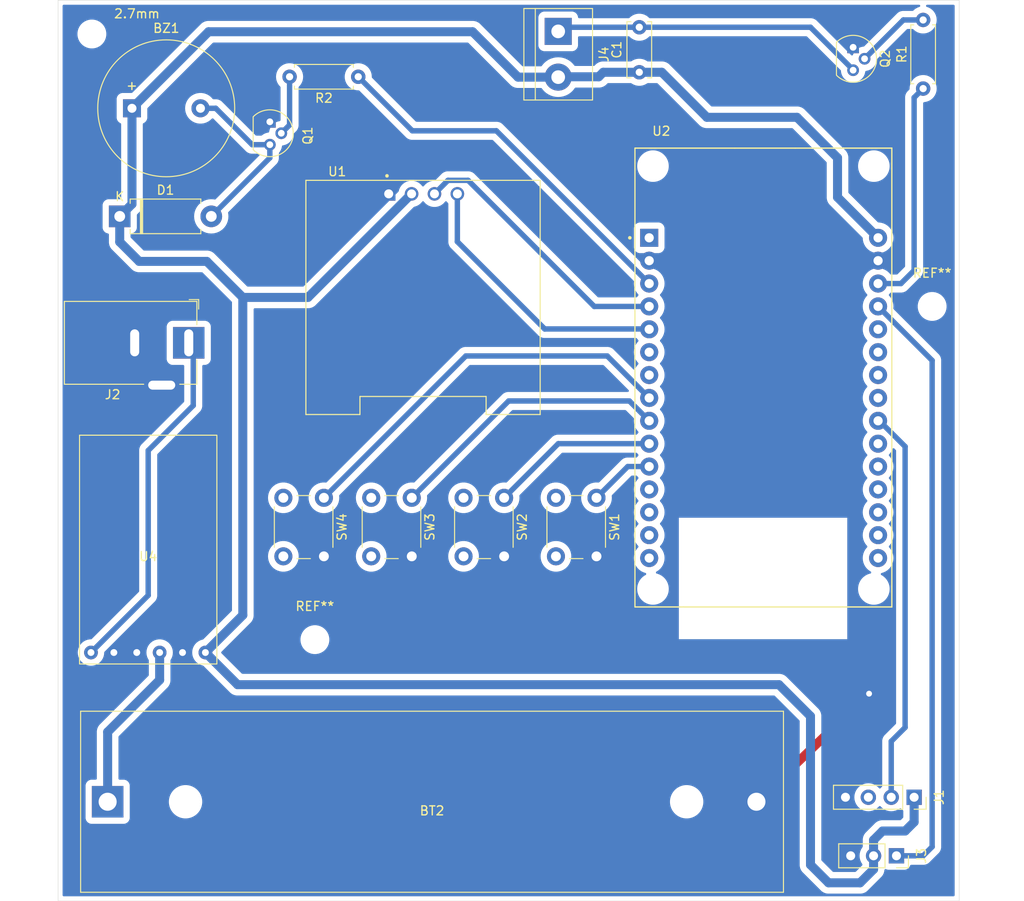
<source format=kicad_pcb>
(kicad_pcb (version 20240108) (generator "pcbnew") (generator_version "8.0")
  (layers (0 "F.Cu" signal) (31 "B.Cu" signal) (34 "B.Paste" user) (35 "F.Paste" user) (36 "B.SilkS" user "B.Silkscreen") (37 "F.SilkS" user "F.Silkscreen") (38 "B.Mask" user) (39 "F.Mask" user) (44 "Edge.Cuts" user))
  (net 0 "")
  (net 1 "+BATT")
  (net 2 "GND")
  (net 3 "VDC")
  (net 4 "+5V")
  (net 5 "/colector2")
  (net 6 "/colector1")
  (net 7 "Net-(Q1-B)")
  (net 8 "/adc_agua")
  (net 9 "/bomba")
  (net 10 "/buzzer")
  (net 11 "/scl")
  (net 12 "/sda")
  (net 13 "Net-(Q2-B)")
  (net 14 "/onewire")
  (net 24 "/boton 3")
  (net 26 "/boton 2")
  (net 28 "/boton 1")
  (net 29 "/boton 4")
  (footprint "Buzzer_Beeper:Buzzer_15x7.5RM7.6" (layer "F.Cu") (at 38.2 99)
    (property "Reference" "BZ1" (at 3.81 -8.89 0) (layer "F.SilkS"))
    (property "Value" "Buzzer")
    (fp_circle (center 3.8 0) (end 11.4 0) (stroke (width 0.12)) (fill none) (layer "F.SilkS"))
    (fp_text user "+" (at -0.01 -2.54 0) (layer "F.SilkS"))
    (pad "1" thru_hole rect (at 0 0) (size 2 2) (drill 1) (layers "*.Cu" "*.Mask") (net 4 "+5V"))
    (pad "2" thru_hole circle (at 7.6 0) (size 2 2) (drill 1) (layers "*.Cu" "*.Mask") (net 5 "/colector2"))
  )
  (footprint "Button_Switch_THT:SW_PUSH_6mm_H4.3mm" (layer "F.Cu") (at 59.5 142.25 -90)
    (property "Reference" "SW4" (at 3.25 -2 90) (layer "F.SilkS"))
    (property "Value" "SW_Push_Dual")
    (fp_line (start 1 5.5) (end 5.5 5.5) (stroke (width 0.12)) (layer "F.SilkS"))
    (fp_line (start 6.75 3) (end 6.75 1.5) (stroke (width 0.12)) (layer "F.SilkS"))
    (fp_line (start -0.25 1.5) (end -0.25 3) (stroke (width 0.12)) (layer "F.SilkS"))
    (fp_line (start 5.5 -1) (end 1 -1) (stroke (width 0.12)) (layer "F.SilkS"))
    (pad "1" thru_hole circle (at 0 0) (size 2 2) (drill 1.1) (layers "*.Cu" "*.Mask") (net 29 "/boton 4"))
    (pad "2" thru_hole circle (at 6.5 0) (size 2 2) (drill 1.1) (layers "*.Cu" "*.Mask") (net 2 "GND"))
    (pad "3" thru_hole circle (at 0 4.5) (size 2 2) (drill 1.1) (layers "*.Cu" "*.Mask"))
    (pad "4" thru_hole circle (at 6.5 4.5) (size 2 2) (drill 1.1) (layers "*.Cu" "*.Mask"))
  )
  (footprint "Battery:BatteryHolder_MPD_BH-18650-PC2" (layer "F.Cu") (at 35.5 176)
    (property "Reference" "BT2" (at 36 1 0) (layer "F.SilkS"))
    (property "Value" "Battery")
    (fp_line (start -3 -10.05) (end 75 -10.05) (stroke (width 0.12)) (layer "F.SilkS"))
    (fp_line (start -3 10.05) (end -3 -10.05) (stroke (width 0.12)) (layer "F.SilkS"))
    (fp_line (start 75 -10.05) (end 75 10.05) (stroke (width 0.12)) (layer "F.SilkS"))
    (fp_line (start 75 10.05) (end -3 10.05) (stroke (width 0.12)) (layer "F.SilkS"))
    (pad "" np_thru_hole circle (at 8.645 0) (size 3.2 3.2) (drill 3.2) (layers "*.Cu" "*.Mask"))
    (pad "" np_thru_hole circle (at 64.255 0) (size 3.2 3.2) (drill 3.2) (layers "*.Cu" "*.Mask"))
    (pad "1" thru_hole rect (at 0 0) (size 3.5 3.5) (drill 2) (layers "*.Cu" "*.Mask") (net 1 "+BATT"))
    (pad "2" thru_hole circle (at 72 0) (size 3.5 3.5) (drill 2) (layers "*.Cu" "*.Mask") (net 2 "GND"))
  )
  (footprint "Package_TO_SOT_THT:TO-92" (layer "F.Cu") (at 53.5 100.5 -90)
    (property "Reference" "Q1" (at 1.54 -4.21 90) (layer "F.SilkS"))
    (property "Value" "2n2222a")
    (fp_line (start -0.53 1.85) (end 3.07 1.85) (stroke (width 0.12)) (layer "F.SilkS"))
    (fp_arc (start -0.568478 1.838478) (mid -1.132087 -0.994977) (end 1.27 -2.6) (stroke (width 0.12)) (layer "F.SilkS"))
    (fp_arc (start 1.27 -2.6) (mid 3.672087 -0.994977) (end 3.108478 1.838478) (stroke (width 0.12)) (layer "F.SilkS"))
    (pad "1" thru_hole rect (at 0 0 270) (size 1.3 1.3) (drill 0.75) (layers "*.Cu" "*.Mask") (net 2 "GND"))
    (pad "2" thru_hole circle (at 1.27 -1.27 270) (size 1.3 1.3) (drill 0.75) (layers "*.Cu" "*.Mask") (net 7 "Net-(Q1-B)"))
    (pad "3" thru_hole circle (at 2.54 0 270) (size 1.3 1.3) (drill 0.75) (layers "*.Cu" "*.Mask") (net 5 "/colector2"))
  )
  (footprint "TerminalBlock:TerminalBlock_bornier-2_P5.08mm" (layer "F.Cu") (at 85.5 90.46 -90)
    (property "Reference" "J4" (at 2.54 -5.08 90) (layer "F.SilkS"))
    (property "Value" "motobomba")
    (fp_line (start -2.54 3.81) (end 7.62 3.81) (stroke (width 0.12)) (layer "F.SilkS"))
    (fp_line (start 7.62 3.81) (end 7.62 -3.81) (stroke (width 0.12)) (layer "F.SilkS"))
    (fp_line (start 7.62 2.54) (end -2.54 2.54) (stroke (width 0.12)) (layer "F.SilkS"))
    (fp_line (start -2.54 -3.81) (end -2.54 3.81) (stroke (width 0.12)) (layer "F.SilkS"))
    (fp_line (start 7.62 -3.81) (end -2.54 -3.81) (stroke (width 0.12)) (layer "F.SilkS"))
    (pad "1" thru_hole rect (at 0 0 270) (size 3 3) (drill 1.52) (layers "*.Cu" "*.Mask") (net 6 "/colector1"))
    (pad "2" thru_hole circle (at 5.08 0 270) (size 3 3) (drill 1.52) (layers "*.Cu" "*.Mask") (net 4 "+5V"))
  )
  (footprint "Connector_PinSocket_2.54mm:PinSocket_1x04_P2.54mm_Vertical" (layer "F.Cu") (at 125 175.5 -90)
    (property "Reference" "J1" (at 0 -2.77 90) (layer "F.SilkS"))
    (property "Value" "Sensor humedad")
    (fp_line (start -1.33 8.95) (end 1.33 8.95) (stroke (width 0.12)) (layer "F.SilkS"))
    (fp_line (start -1.33 1.27) (end -1.33 8.95) (stroke (width 0.12)) (layer "F.SilkS"))
    (fp_line (start -1.33 1.27) (end 1.33 1.27) (stroke (width 0.12)) (layer "F.SilkS"))
    (fp_line (start 1.33 1.27) (end 1.33 8.95) (stroke (width 0.12)) (layer "F.SilkS"))
    (fp_line (start 0 -1.33) (end 1.33 -1.33) (stroke (width 0.12)) (layer "F.SilkS"))
    (fp_line (start 1.33 -1.33) (end 1.33 0) (stroke (width 0.12)) (layer "F.SilkS"))
    (pad "1" thru_hole rect (at 0 0 270) (size 1.7 1.7) (drill 1) (layers "*.Cu" "*.Mask") (net 4 "+5V"))
    (pad "2" thru_hole oval (at 0 2.54 270) (size 1.7 1.7) (drill 1) (layers "*.Cu" "*.Mask") (net 14 "/onewire"))
    (pad "3" thru_hole oval (at 0 5.08 270) (size 1.7 1.7) (drill 1) (layers "*.Cu" "*.Mask"))
    (pad "4" thru_hole oval (at 0 7.62 270) (size 1.7 1.7) (drill 1) (layers "*.Cu" "*.Mask") (net 2 "GND"))
  )
  (footprint "Connector_BarrelJack:BarrelJack_Horizontal" (layer "F.Cu") (at 44.5 125.0425)
    (property "Reference" "J2" (at -8.45 5.75 0) (layer "F.SilkS"))
    (property "Value" "Barrel_Jack_Switch")
    (fp_line (start -13.8 -4.6) (end 0.9 -4.6) (stroke (width 0.12)) (layer "F.SilkS"))
    (fp_line (start -13.8 4.6) (end -13.8 -4.6) (stroke (width 0.12)) (layer "F.SilkS"))
    (fp_line (start -5 4.6) (end -13.8 4.6) (stroke (width 0.12)) (layer "F.SilkS"))
    (fp_line (start 0.05 -4.8) (end 1.1 -4.8) (stroke (width 0.12)) (layer "F.SilkS"))
    (fp_line (start 0.9 -4.6) (end 0.9 -2) (stroke (width 0.12)) (layer "F.SilkS"))
    (fp_line (start 0.9 1.9) (end 0.9 4.6) (stroke (width 0.12)) (layer "F.SilkS"))
    (fp_line (start 0.9 4.6) (end -1 4.6) (stroke (width 0.12)) (layer "F.SilkS"))
    (fp_line (start 1.1 -3.75) (end 1.1 -4.8) (stroke (width 0.12)) (layer "F.SilkS"))
    (pad "1" thru_hole rect (at 0 0) (size 3.5 3.5) (drill oval 1 3) (layers "*.Cu" "*.Mask") (net 3 "VDC"))
    (pad "2" thru_hole roundrect (at -6 0) (size 3 3.5) (drill oval 1 3) (layers "*.Cu" "*.Mask") (net 2 "GND"))
    (pad "3" thru_hole roundrect (at -3 4.7) (size 3.5 3.5) (drill oval 3 1) (layers "*.Cu" "*.Mask") (net 2 "GND"))
  )
  (footprint "Resistor_THT:R_Axial_DIN0207_L6.3mm_D2.5mm_P7.62mm_Horizontal" (layer "F.Cu") (at 126 96.81 90)
    (property "Reference" "R1" (at 3.81 -2.37 90) (layer "F.SilkS"))
    (property "Value" "1k")
    (fp_line (start 7.08 -1.37) (end 7.08 -1.04) (stroke (width 0.12)) (layer "F.SilkS"))
    (fp_line (start 0.54 -1.37) (end 7.08 -1.37) (stroke (width 0.12)) (layer "F.SilkS"))
    (fp_line (start 0.54 -1.04) (end 0.54 -1.37) (stroke (width 0.12)) (layer "F.SilkS"))
    (fp_line (start 0.54 1.04) (end 0.54 1.37) (stroke (width 0.12)) (layer "F.SilkS"))
    (fp_line (start 7.08 1.37) (end 7.08 1.04) (stroke (width 0.12)) (layer "F.SilkS"))
    (fp_line (start 0.54 1.37) (end 7.08 1.37) (stroke (width 0.12)) (layer "F.SilkS"))
    (pad "1" thru_hole circle (at 0 0 90) (size 1.6 1.6) (drill 0.8) (layers "*.Cu" "*.Mask") (net 9 "/bomba"))
    (pad "2" thru_hole oval (at 7.62 0 90) (size 1.6 1.6) (drill 0.8) (layers "*.Cu" "*.Mask") (net 13 "Net-(Q2-B)"))
  )
  (footprint "MH-CD42:mh-cd42" (layer "F.Cu") (at 40 148)
    (property "Reference" "U4" (at 0 0.77 0) (layer "F.SilkS"))
    (property "Value" "mh-cd42")
    (fp_rect (start -7.62 -12.7) (end 7.62 12.7) (stroke (width 0.12)) (fill none) (layer "F.SilkS"))
    (pad "1" thru_hole circle (at -6.35 11.43) (size 1.524 1.524) (drill 0.762) (layers "*.Cu" "*.Mask") (net 3 "VDC"))
    (pad "2" thru_hole circle (at -3.81 11.43) (size 1.524 1.524) (drill 0.762) (layers "*.Cu" "*.Mask") (net 2 "GND"))
    (pad "3" thru_hole circle (at -1.27 11.43) (size 1.524 1.524) (drill 0.762) (layers "*.Cu" "*.Mask") (net 2 "GND"))
    (pad "4" thru_hole circle (at 1.27 11.43) (size 1.524 1.524) (drill 0.762) (layers "*.Cu" "*.Mask") (net 1 "+BATT"))
    (pad "5" thru_hole circle (at 3.81 11.43) (size 1.524 1.524) (drill 0.762) (layers "*.Cu" "*.Mask") (net 2 "GND"))
    (pad "6" thru_hole circle (at 6.35 11.43) (size 1.524 1.524) (drill 0.762) (layers "*.Cu" "*.Mask") (net 4 "+5V"))
  )
  (footprint "MountingHole:MountingHole_2.7mm_M2.5" (layer "F.Cu") (at 127 121)
    (property "Reference" "REF**" (at 0 -3.7 0) (layer "F.SilkS"))
    (property "Value" "MountingHole_2.7mm_M2.5")
    (pad "" np_thru_hole circle (at 0 0) (size 2.7 2.7) (drill 2.7) (layers "F&B.Cu" "*.Mask"))
  )
  (footprint "Package_TO_SOT_THT:TO-92" (layer "F.Cu") (at 118.23 92.23 -90)
    (property "Reference" "Q2" (at 1.27 -3.56 90) (layer "F.SilkS"))
    (property "Value" "2n2222a")
    (fp_line (start -0.53 1.85) (end 3.07 1.85) (stroke (width 0.12)) (layer "F.SilkS"))
    (fp_arc (start -0.568478 1.838478) (mid -1.132087 -0.994977) (end 1.27 -2.6) (stroke (width 0.12)) (layer "F.SilkS"))
    (fp_arc (start 1.27 -2.6) (mid 3.672087 -0.994977) (end 3.108478 1.838478) (stroke (width 0.12)) (layer "F.SilkS"))
    (pad "1" thru_hole rect (at 0 0 270) (size 1.3 1.3) (drill 0.75) (layers "*.Cu" "*.Mask") (net 2 "GND"))
    (pad "2" thru_hole circle (at 1.27 -1.27 270) (size 1.3 1.3) (drill 0.75) (layers "*.Cu" "*.Mask") (net 13 "Net-(Q2-B)"))
    (pad "3" thru_hole circle (at 2.54 0 270) (size 1.3 1.3) (drill 0.75) (layers "*.Cu" "*.Mask") (net 6 "/colector1"))
  )
  (footprint "esp32-dev:MODULE_ESP32_DEVKIT_V1" (layer "F.Cu") (at 108.3 128.895)
    (property "Reference" "U2" (at -11.355 -27.36 0) (layer "F.SilkS"))
    (property "Value" "ESP32-DEVKIT-V1")
    (fp_line (start -14.28 -25.475) (end -3.211 -25.475) (stroke (width 0.127)) (layer "F.SilkS"))
    (fp_line (start -14.28 -25.475) (end 14.23 -25.475) (stroke (width 0.127)) (layer "F.SilkS"))
    (fp_line (start -14.28 25.475) (end -14.28 -25.475) (stroke (width 0.127)) (layer "F.SilkS"))
    (fp_line (start -14.28 25.475) (end -14.28 -25.475) (stroke (width 0.127)) (layer "F.SilkS"))
    (fp_line (start -14.28 25.475) (end -8.91 25.475) (stroke (width 0.127)) (layer "F.SilkS"))
    (fp_line (start -8.91 25.475) (end 8.78 25.475) (stroke (width 0.127)) (layer "F.SilkS"))
    (fp_line (start -3.211 -25.475) (end 3.5 -25.475) (stroke (width 0.127)) (layer "F.SilkS"))
    (fp_line (start 3.5 -25.475) (end 14.23 -25.475) (stroke (width 0.127)) (layer "F.SilkS"))
    (fp_line (start 8.78 25.475) (end 14.23 25.475) (stroke (width 0.127)) (layer "F.SilkS"))
    (fp_line (start 14.23 -25.475) (end 14.23 25.475) (stroke (width 0.127)) (layer "F.SilkS"))
    (fp_line (start 14.23 -25.475) (end 14.23 25.475) (stroke (width 0.127)) (layer "F.SilkS"))
    (fp_line (start 14.23 25.475) (end -14.28 25.475) (stroke (width 0.127)) (layer "F.SilkS"))
    (fp_circle (center -14.85 -15.515) (end -14.75 -15.515) (stroke (width 0.2)) (fill none) (layer "F.SilkS"))
    (pad "" np_thru_hole circle (at -12.28 -23.475) (size 3 3) (drill 3) (layers "*.Cu" "*.Mask"))
    (pad "" np_thru_hole circle (at -12.28 23.475) (size 3 3) (drill 3) (layers "*.Cu" "*.Mask"))
    (pad "" np_thru_hole circle (at 12.23 -23.475) (size 3 3) (drill 3) (layers "*.Cu" "*.Mask"))
    (pad "" np_thru_hole circle (at 12.23 23.475) (size 3 3) (drill 3) (layers "*.Cu" "*.Mask"))
    (pad "1" thru_hole rect (at -12.7 -15.515) (size 2 2) (drill 1.02) (layers "*.Cu" "*.Mask"))
    (pad "2" thru_hole circle (at -12.7 -12.975) (size 2 2) (drill 1.02) (layers "*.Cu" "*.Mask") (net 2 "GND"))
    (pad "3" thru_hole circle (at -12.7 -10.435) (size 2 2) (drill 1.02) (layers "*.Cu" "*.Mask") (net 10 "/buzzer"))
    (pad "4" thru_hole circle (at -12.7 -7.895) (size 2 2) (drill 1.02) (layers "*.Cu" "*.Mask") (net 11 "/scl"))
    (pad "5" thru_hole circle (at -12.7 -5.355) (size 2 2) (drill 1.02) (layers "*.Cu" "*.Mask") (net 12 "/sda"))
    (pad "6" thru_hole circle (at -12.7 -2.815) (size 2 2) (drill 1.02) (layers "*.Cu" "*.Mask"))
    (pad "7" thru_hole circle (at -12.7 -0.275) (size 2 2) (drill 1.02) (layers "*.Cu" "*.Mask"))
    (pad "8" thru_hole circle (at -12.7 2.265) (size 2 2) (drill 1.02) (layers "*.Cu" "*.Mask") (net 29 "/boton 4"))
    (pad "9" thru_hole circle (at -12.7 4.805) (size 2 2) (drill 1.02) (layers "*.Cu" "*.Mask") (net 24 "/boton 3"))
    (pad "10" thru_hole circle (at -12.7 7.345) (size 2 2) (drill 1.02) (layers "*.Cu" "*.Mask") (net 26 "/boton 2"))
    (pad "11" thru_hole circle (at -12.7 9.885) (size 2 2) (drill 1.02) (layers "*.Cu" "*.Mask") (net 28 "/boton 1"))
    (pad "12" thru_hole circle (at -12.7 12.425) (size 2 2) (drill 1.02) (layers "*.Cu" "*.Mask"))
    (pad "13" thru_hole circle (at -12.7 14.965) (size 2 2) (drill 1.02) (layers "*.Cu" "*.Mask"))
    (pad "14" thru_hole circle (at -12.7 17.505) (size 2 2) (drill 1.02) (layers "*.Cu" "*.Mask"))
    (pad "15" thru_hole circle (at -12.7 20.045) (size 2 2) (drill 1.02) (layers "*.Cu" "*.Mask"))
    (pad "16" thru_hole circle (at 12.7 20.045) (size 2 2) (drill 1.02) (layers "*.Cu" "*.Mask"))
    (pad "17" thru_hole circle (at 12.7 17.505) (size 2 2) (drill 1.02) (layers "*.Cu" "*.Mask"))
    (pad "18" thru_hole circle (at 12.7 14.965) (size 2 2) (drill 1.02) (layers "*.Cu" "*.Mask"))
    (pad "19" thru_hole circle (at 12.7 12.425) (size 2 2) (drill 1.02) (layers "*.Cu" "*.Mask"))
    (pad "20" thru_hole circle (at 12.7 9.885) (size 2 2) (drill 1.02) (layers "*.Cu" "*.Mask"))
    (pad "21" thru_hole circle (at 12.7 7.345) (size 2 2) (drill 1.02) (layers "*.Cu" "*.Mask"))
    (pad "22" thru_hole circle (at 12.7 4.805) (size 2 2) (drill 1.02) (layers "*.Cu" "*.Mask") (net 14 "/onewire"))
    (pad "23" thru_hole circle (at 12.7 2.265) (size 2 2) (drill 1.02) (layers "*.Cu" "*.Mask"))
    (pad "24" thru_hole circle (at 12.7 -0.275) (size 2 2) (drill 1.02) (layers "*.Cu" "*.Mask"))
    (pad "25" thru_hole circle (at 12.7 -2.815) (size 2 2) (drill 1.02) (layers "*.Cu" "*.Mask"))
    (pad "26" thru_hole circle (at 12.7 -5.355) (size 2 2) (drill 1.02) (layers "*.Cu" "*.Mask"))
    (pad "27" thru_hole circle (at 12.7 -7.895) (size 2 2) (drill 1.02) (layers "*.Cu" "*.Mask") (net 8 "/adc_agua"))
    (pad "28" thru_hole circle (at 12.7 -10.435) (size 2 2) (drill 1.02) (layers "*.Cu" "*.Mask") (net 9 "/bomba"))
    (pad "29" thru_hole circle (at 12.7 -12.975) (size 2 2) (drill 1.02) (layers "*.Cu" "*.Mask") (net 2 "GND"))
    (pad "30" thru_hole circle (at 12.7 -15.515) (size 2 2) (drill 1.02) (layers "*.Cu" "*.Mask") (net 4 "+5V"))
    (zone (net 0) (net_name "") (layer "B.Cu") (connect_pads (clearance 0)) (min_thickness 0.01)
      (keepout (tracks not_allowed) (vias not_allowed) (pads not_allowed) (copperpour not_allowed) (footprints allowed))
      (fill (thermal_gap 0.508) (thermal_bridge_width 0.508))
      (polygon (pts (xy 99.39 147.88) (xy 117.08 147.88) (xy 117.08 154.37) (xy 99.39 154.37)))
    )
  )
  (footprint "MountingHole:MountingHole_2.7mm_M2.5" (layer "F.Cu") (at 33.75 90.75)
    (property "Reference" "2.7mm" (at 5 -2.25 0) (layer "F.SilkS"))
    (property "Value" "MountingHole_2.7mm_M2.5")
    (pad "" np_thru_hole circle (at 0 0) (size 2.7 2.7) (drill 2.7) (layers "*.Cu" "*.Mask"))
  )
  (footprint "OLED-128x64:MODULE_DM-OLED096-636" (layer "F.Cu") (at 70.5 120)
    (property "Reference" "U1" (at -9.525 -13.97 0) (layer "F.SilkS"))
    (property "Value" "DM-OLED096-636")
    (fp_line (start -13 -13) (end 13 -13) (stroke (width 0.127)) (layer "F.SilkS"))
    (fp_line (start -13 13) (end -13 -13) (stroke (width 0.127)) (layer "F.SilkS"))
    (fp_line (start -7 11) (end -7 13) (stroke (width 0.127)) (layer "F.SilkS"))
    (fp_line (start -7 13) (end -13 13) (stroke (width 0.127)) (layer "F.SilkS"))
    (fp_line (start 7 11) (end -7 11) (stroke (width 0.127)) (layer "F.SilkS"))
    (fp_line (start 7 13) (end 7 11) (stroke (width 0.127)) (layer "F.SilkS"))
    (fp_line (start 13 -13) (end 13 13) (stroke (width 0.127)) (layer "F.SilkS"))
    (fp_line (start 13 13) (end 7 13) (stroke (width 0.127)) (layer "F.SilkS"))
    (fp_circle (center -4 -13.5) (end -3.9 -13.5) (stroke (width 0.2)) (fill none) (layer "F.SilkS"))
    (pad "1" thru_hole rect (at -3.81 -11.5) (size 1.508 1.508) (drill 1) (layers "*.Cu" "*.Mask") (net 2 "GND"))
    (pad "2" thru_hole circle (at -1.27 -11.5) (size 1.508 1.508) (drill 1) (layers "*.Cu" "*.Mask") (net 4 "+5V"))
    (pad "3" thru_hole circle (at 1.27 -11.5) (size 1.508 1.508) (drill 1) (layers "*.Cu" "*.Mask") (net 11 "/scl"))
    (pad "4" thru_hole circle (at 3.81 -11.5) (size 1.508 1.508) (drill 1) (layers "*.Cu" "*.Mask") (net 12 "/sda"))
  )
  (footprint "Connector_PinSocket_2.54mm:PinSocket_1x03_P2.54mm_Vertical" (layer "F.Cu") (at 123.04 182 -90)
    (property "Reference" "J3" (at 0 -2.77 90) (layer "F.SilkS"))
    (property "Value" "sensore_de_agua")
    (fp_line (start -1.33 6.41) (end 1.33 6.41) (stroke (width 0.12)) (layer "F.SilkS"))
    (fp_line (start -1.33 1.27) (end -1.33 6.41) (stroke (width 0.12)) (layer "F.SilkS"))
    (fp_line (start -1.33 1.27) (end 1.33 1.27) (stroke (width 0.12)) (layer "F.SilkS"))
    (fp_line (start 1.33 1.27) (end 1.33 6.41) (stroke (width 0.12)) (layer "F.SilkS"))
    (fp_line (start 0 -1.33) (end 1.33 -1.33) (stroke (width 0.12)) (layer "F.SilkS"))
    (fp_line (start 1.33 -1.33) (end 1.33 0) (stroke (width 0.12)) (layer "F.SilkS"))
    (pad "1" thru_hole rect (at 0 0 270) (size 1.7 1.7) (drill 1) (layers "*.Cu" "*.Mask") (net 8 "/adc_agua"))
    (pad "2" thru_hole oval (at 0 2.54 270) (size 1.7 1.7) (drill 1) (layers "*.Cu" "*.Mask") (net 4 "+5V"))
    (pad "3" thru_hole oval (at 0 5.08 270) (size 1.7 1.7) (drill 1) (layers "*.Cu" "*.Mask") (net 2 "GND"))
  )
  (footprint "Capacitor_THT:C_Disc_D6.0mm_W2.5mm_P5.00mm" (layer "F.Cu") (at 94.5 95 90)
    (property "Reference" "C1" (at 2.5 -2.5 90) (layer "F.SilkS"))
    (property "Value" "104")
    (fp_line (start 5.62 -1.37) (end 5.62 -0.925) (stroke (width 0.12)) (layer "F.SilkS"))
    (fp_line (start -0.62 -1.37) (end 5.62 -1.37) (stroke (width 0.12)) (layer "F.SilkS"))
    (fp_line (start -0.62 -1.37) (end -0.62 -0.925) (stroke (width 0.12)) (layer "F.SilkS"))
    (fp_line (start 5.62 0.925) (end 5.62 1.37) (stroke (width 0.12)) (layer "F.SilkS"))
    (fp_line (start -0.62 0.925) (end -0.62 1.37) (stroke (width 0.12)) (layer "F.SilkS"))
    (fp_line (start -0.62 1.37) (end 5.62 1.37) (stroke (width 0.12)) (layer "F.SilkS"))
    (pad "1" thru_hole circle (at 0 0 90) (size 1.6 1.6) (drill 0.8) (layers "*.Cu" "*.Mask") (net 4 "+5V"))
    (pad "2" thru_hole circle (at 5 0 90) (size 1.6 1.6) (drill 0.8) (layers "*.Cu" "*.Mask") (net 6 "/colector1"))
  )
  (footprint "Button_Switch_THT:SW_PUSH_6mm_H4.3mm" (layer "F.Cu") (at 89.75 142.25 -90)
    (property "Reference" "SW1" (at 3.25 -2 90) (layer "F.SilkS"))
    (property "Value" "SW_Push_Dual")
    (fp_line (start 1 5.5) (end 5.5 5.5) (stroke (width 0.12)) (layer "F.SilkS"))
    (fp_line (start 6.75 3) (end 6.75 1.5) (stroke (width 0.12)) (layer "F.SilkS"))
    (fp_line (start -0.25 1.5) (end -0.25 3) (stroke (width 0.12)) (layer "F.SilkS"))
    (fp_line (start 5.5 -1) (end 1 -1) (stroke (width 0.12)) (layer "F.SilkS"))
    (pad "1" thru_hole circle (at 0 0) (size 2 2) (drill 1.1) (layers "*.Cu" "*.Mask") (net 28 "/boton 1"))
    (pad "2" thru_hole circle (at 6.5 0) (size 2 2) (drill 1.1) (layers "*.Cu" "*.Mask") (net 2 "GND"))
    (pad "3" thru_hole circle (at 0 4.5) (size 2 2) (drill 1.1) (layers "*.Cu" "*.Mask"))
    (pad "4" thru_hole circle (at 6.5 4.5) (size 2 2) (drill 1.1) (layers "*.Cu" "*.Mask"))
  )
  (footprint "Diode_THT:D_DO-15_P10.16mm_Horizontal" (layer "F.Cu") (at 36.84 111)
    (property "Reference" "D1" (at 5.08 -2.92 0) (layer "F.SilkS"))
    (property "Value" "1n4004")
    (fp_line (start 1.16 -1.92) (end 9 -1.92) (stroke (width 0.12)) (layer "F.SilkS"))
    (fp_line (start 1.16 -1.44) (end 1.16 -1.92) (stroke (width 0.12)) (layer "F.SilkS"))
    (fp_line (start 1.16 1.44) (end 1.16 1.92) (stroke (width 0.12)) (layer "F.SilkS"))
    (fp_line (start 1.16 1.92) (end 9 1.92) (stroke (width 0.12)) (layer "F.SilkS"))
    (fp_line (start 2.3 -1.92) (end 2.3 1.92) (stroke (width 0.12)) (layer "F.SilkS"))
    (fp_line (start 2.42 -1.92) (end 2.42 1.92) (stroke (width 0.12)) (layer "F.SilkS"))
    (fp_line (start 2.54 -1.92) (end 2.54 1.92) (stroke (width 0.12)) (layer "F.SilkS"))
    (fp_line (start 9 -1.92) (end 9 -1.44) (stroke (width 0.12)) (layer "F.SilkS"))
    (fp_line (start 9 1.92) (end 9 1.44) (stroke (width 0.12)) (layer "F.SilkS"))
    (fp_text user "K" (at 0 -2.2 0) (layer "F.SilkS"))
    (pad "1" thru_hole rect (at 0 0) (size 2.4 2.4) (drill 1.2) (layers "*.Cu" "*.Mask") (net 4 "+5V"))
    (pad "2" thru_hole oval (at 10.16 0) (size 2.4 2.4) (drill 1.2) (layers "*.Cu" "*.Mask") (net 5 "/colector2"))
  )
  (footprint "Button_Switch_THT:SW_PUSH_6mm_H4.3mm" (layer "F.Cu") (at 69.25 142.25 -90)
    (property "Reference" "SW3" (at 3.25 -2 90) (layer "F.SilkS"))
    (property "Value" "SW_Push_Dual")
    (fp_line (start 1 5.5) (end 5.5 5.5) (stroke (width 0.12)) (layer "F.SilkS"))
    (fp_line (start 6.75 3) (end 6.75 1.5) (stroke (width 0.12)) (layer "F.SilkS"))
    (fp_line (start -0.25 1.5) (end -0.25 3) (stroke (width 0.12)) (layer "F.SilkS"))
    (fp_line (start 5.5 -1) (end 1 -1) (stroke (width 0.12)) (layer "F.SilkS"))
    (pad "1" thru_hole circle (at 0 0) (size 2 2) (drill 1.1) (layers "*.Cu" "*.Mask") (net 24 "/boton 3"))
    (pad "2" thru_hole circle (at 6.5 0) (size 2 2) (drill 1.1) (layers "*.Cu" "*.Mask") (net 2 "GND"))
    (pad "3" thru_hole circle (at 0 4.5) (size 2 2) (drill 1.1) (layers "*.Cu" "*.Mask"))
    (pad "4" thru_hole circle (at 6.5 4.5) (size 2 2) (drill 1.1) (layers "*.Cu" "*.Mask"))
  )
  (footprint "Resistor_THT:R_Axial_DIN0207_L6.3mm_D2.5mm_P7.62mm_Horizontal" (layer "F.Cu") (at 63.31 95.5 180)
    (property "Reference" "R2" (at 3.81 -2.37 0) (layer "F.SilkS"))
    (property "Value" "1k")
    (fp_line (start 7.08 1.37) (end 7.08 1.04) (stroke (width 0.12)) (layer "F.SilkS"))
    (fp_line (start 7.08 -1.37) (end 7.08 -1.04) (stroke (width 0.12)) (layer "F.SilkS"))
    (fp_line (start 0.54 1.37) (end 7.08 1.37) (stroke (width 0.12)) (layer "F.SilkS"))
    (fp_line (start 0.54 1.04) (end 0.54 1.37) (stroke (width 0.12)) (layer "F.SilkS"))
    (fp_line (start 0.54 -1.04) (end 0.54 -1.37) (stroke (width 0.12)) (layer "F.SilkS"))
    (fp_line (start 0.54 -1.37) (end 7.08 -1.37) (stroke (width 0.12)) (layer "F.SilkS"))
    (pad "1" thru_hole circle (at 0 0 180) (size 1.6 1.6) (drill 0.8) (layers "*.Cu" "*.Mask") (net 10 "/buzzer"))
    (pad "2" thru_hole oval (at 7.62 0 180) (size 1.6 1.6) (drill 0.8) (layers "*.Cu" "*.Mask") (net 7 "Net-(Q1-B)"))
  )
  (footprint "Button_Switch_THT:SW_PUSH_6mm_H4.3mm" (layer "F.Cu") (at 79.5 142.25 -90)
    (property "Reference" "SW2" (at 3.25 -2 90) (layer "F.SilkS"))
    (property "Value" "SW_Push_Dual")
    (fp_line (start 1 5.5) (end 5.5 5.5) (stroke (width 0.12)) (layer "F.SilkS"))
    (fp_line (start 6.75 3) (end 6.75 1.5) (stroke (width 0.12)) (layer "F.SilkS"))
    (fp_line (start -0.25 1.5) (end -0.25 3) (stroke (width 0.12)) (layer "F.SilkS"))
    (fp_line (start 5.5 -1) (end 1 -1) (stroke (width 0.12)) (layer "F.SilkS"))
    (pad "1" thru_hole circle (at 0 0) (size 2 2) (drill 1.1) (layers "*.Cu" "*.Mask") (net 26 "/boton 2"))
    (pad "2" thru_hole circle (at 6.5 0) (size 2 2) (drill 1.1) (layers "*.Cu" "*.Mask") (net 2 "GND"))
    (pad "3" thru_hole circle (at 0 4.5) (size 2 2) (drill 1.1) (layers "*.Cu" "*.Mask"))
    (pad "4" thru_hole circle (at 6.5 4.5) (size 2 2) (drill 1.1) (layers "*.Cu" "*.Mask"))
  )
  (footprint "MountingHole:MountingHole_2.7mm_M2.5" (layer "F.Cu") (at 58.5 158)
    (property "Reference" "REF**" (at 0 -3.7 0) (layer "F.SilkS"))
    (property "Value" "MountingHole_2.7mm_M2.5")
    (pad "" np_thru_hole circle (at 0 0) (size 2.7 2.7) (drill 2.7) (layers "F&B.Cu" "*.Mask"))
  )
  (gr_rect (start 30 87) (end 130 187) (stroke (width 0.05)) (fill none) (layer "Edge.Cuts"))
  (segment (start 41.27 162.48) (end 35.5 168.25) (width 1) (layer "B.Cu") (net 1))
  (segment (start 35.5 168.25) (end 35.5 176) (width 1) (layer "B.Cu") (net 1))
  (segment (start 41.27 159.43) (end 41.27 162.48) (width 1) (layer "B.Cu") (net 1))
  (segment (start 120 164) (end 107.5 176) (width 1) (layer "F.Cu") (net 2))
  (via (at 120 164) (size 1.1) (drill 0.65) (layers "F.Cu" "B.Cu") (net 2))
  (segment (start 45 125.0425) (end 44.5 125.0425) (width 0.6) (layer "B.Cu") (net 3))
  (segment (start 40 137) (end 45 132) (width 0.6) (layer "B.Cu") (net 3))
  (segment (start 45 132) (end 45 125.0425) (width 0.6) (layer "B.Cu") (net 3))
  (segment (start 33.65 159.43) (end 40 153.08) (width 0.6) (layer "B.Cu") (net 3))
  (segment (start 40 153.08) (end 40 137) (width 0.6) (layer "B.Cu") (net 3))
  (segment (start 125 175.5) (end 125 178.25) (width 1) (layer "B.Cu") (net 4))
  (segment (start 90 95.5) (end 85.54 95.5) (width 1) (layer "B.Cu") (net 4))
  (segment (start 38.2 99) (end 38.2 109.64) (width 1) (layer "B.Cu") (net 4))
  (segment (start 46.7 90.5) (end 76 90.5) (width 1) (layer "B.Cu") (net 4))
  (segment (start 38.2 99) (end 46.7 90.5) (width 1) (layer "B.Cu") (net 4))
  (segment (start 39 116) (end 36.84 113.84) (width 1) (layer "B.Cu") (net 4))
  (segment (start 120.5 183.5) (end 120.5 182) (width 1) (layer "B.Cu") (net 4))
  (segment (start 97 95) (end 102 100) (width 1) (layer "B.Cu") (net 4))
  (segment (start 94.5 95) (end 97 95) (width 1) (layer "B.Cu") (net 4))
  (segment (start 115.5 185) (end 119 185) (width 1) (layer "B.Cu") (net 4))
  (segment (start 50.5 155.28) (end 50.5 120) (width 1) (layer "B.Cu") (net 4))
  (segment (start 116.5 108.88) (end 121 113.38) (width 1) (layer "B.Cu") (net 4))
  (segment (start 36.84 113.84) (end 36.84 111) (width 1) (layer "B.Cu") (net 4))
  (segment (start 57.73 120) (end 50.5 120) (width 1) (layer "B.Cu") (net 4))
  (segment (start 124 179.25) (end 121.5 179.25) (width 1) (layer "B.Cu") (net 4))
  (segment (start 90.5 95) (end 90 95.5) (width 1) (layer "B.Cu") (net 4))
  (segment (start 46.5 116) (end 39 116) (width 1) (layer "B.Cu") (net 4))
  (segment (start 50.5 120) (end 46.5 116) (width 1) (layer "B.Cu") (net 4))
  (segment (start 38.2 109.64) (end 36.84 111) (width 1) (layer "B.Cu") (net 4))
  (segment (start 125 178.25) (end 124 179.25) (width 1) (layer "B.Cu") (net 4))
  (segment (start 81.04 95.54) (end 85.5 95.54) (width 1) (layer "B.Cu") (net 4))
  (segment (start 119 185) (end 120.5 183.5) (width 1) (layer "B.Cu") (net 4))
  (segment (start 46.35 159.43) (end 49.92 163) (width 1) (layer "B.Cu") (net 4))
  (segment (start 110 163) (end 113.5 166.5) (width 1) (layer "B.Cu") (net 4))
  (segment (start 113.5 183) (end 115.5 185) (width 1) (layer "B.Cu") (net 4))
  (segment (start 85.54 95.5) (end 85.5 95.54) (width 1) (layer "B.Cu") (net 4))
  (segment (start 76 90.5) (end 81.04 95.54) (width 1) (layer "B.Cu") (net 4))
  (segment (start 116.5 104.5) (end 116.5 108.88) (width 1) (layer "B.Cu") (net 4))
  (segment (start 121.5 179.25) (end 120.5 180.25) (width 1) (layer "B.Cu") (net 4))
  (segment (start 49.92 163) (end 110 163) (width 1) (layer "B.Cu") (net 4))
  (segment (start 113.5 166.5) (end 113.5 183) (width 1) (layer "B.Cu") (net 4))
  (segment (start 102 100) (end 112 100) (width 1) (layer "B.Cu") (net 4))
  (segment (start 120.5 180.25) (end 120.5 182) (width 1) (layer "B.Cu") (net 4))
  (segment (start 112 100) (end 116.5 104.5) (width 1) (layer "B.Cu") (net 4))
  (segment (start 46.35 159.43) (end 50.5 155.28) (width 1) (layer "B.Cu") (net 4))
  (segment (start 94.5 95) (end 90.5 95) (width 1) (layer "B.Cu") (net 4))
  (segment (start 69.23 108.5) (end 57.73 120) (width 1) (layer "B.Cu") (net 4))
  (segment (start 51.54 103.04) (end 53.5 103.04) (width 0.6) (layer "B.Cu") (net 5))
  (segment (start 47.5 99) (end 51.54 103.04) (width 0.6) (layer "B.Cu") (net 5))
  (segment (start 53.5 104.5) (end 47 111) (width 0.6) (layer "B.Cu") (net 5))
  (segment (start 45.8 99) (end 47.5 99) (width 0.6) (layer "B.Cu") (net 5))
  (segment (start 53.5 103.04) (end 53.5 104.5) (width 0.6) (layer "B.Cu") (net 5))
  (segment (start 85.5 90.46) (end 85.96 90) (width 0.6) (layer "B.Cu") (net 6))
  (segment (start 118.23 94.73) (end 118.23 94.77) (width 0.6) (layer "B.Cu") (net 6))
  (segment (start 85.96 90) (end 94.5 90) (width 0.6) (layer "B.Cu") (net 6))
  (segment (start 94.5 90) (end 113.5 90) (width 0.6) (layer "B.Cu") (net 6))
  (segment (start 113.5 90) (end 118.23 94.73) (width 0.6) (layer "B.Cu") (net 6))
  (segment (start 55.69 100.85) (end 55.69 95.5) (width 0.6) (layer "B.Cu") (net 7))
  (segment (start 54.77 101.77) (end 55.69 100.85) (width 0.6) (layer "B.Cu") (net 7))
  (segment (start 127 181) (end 126 182) (width 0.6) (layer "B.Cu") (net 8))
  (segment (start 121 120.58) (end 121 121) (width 0.6) (layer "B.Cu") (net 8))
  (segment (start 121 121) (end 127 127) (width 0.6) (layer "B.Cu") (net 8))
  (segment (start 127 127) (end 127 181) (width 0.6) (layer "B.Cu") (net 8))
  (segment (start 126 182) (end 123.04 182) (width 0.6) (layer "B.Cu") (net 8))
  (segment (start 123.54 118.46) (end 125 117) (width 0.6) (layer "B.Cu") (net 9))
  (segment (start 125 97.81) (end 126 96.81) (width 0.6) (layer "B.Cu") (net 9))
  (segment (start 125 117) (end 125 97.81) (width 0.6) (layer "B.Cu") (net 9))
  (segment (start 121 118.46) (end 123.54 118.46) (width 0.6) (layer "B.Cu") (net 9))
  (segment (start 121 118.04) (end 121.04 118) (width 0.6) (layer "B.Cu") (net 9))
  (segment (start 78.64 101.5) (end 95.6 118.46) (width 0.6) (layer "B.Cu") (net 10))
  (segment (start 69.31 101.5) (end 78.64 101.5) (width 0.6) (layer "B.Cu") (net 10))
  (segment (start 63.31 95.5) (end 69.31 101.5) (width 0.6) (layer "B.Cu") (net 10))
  (segment (start 95.6 121) (end 89.5 121) (width 0.6) (layer "B.Cu") (net 11))
  (segment (start 73.27 107) (end 71.77 108.5) (width 0.6) (layer "B.Cu") (net 11))
  (segment (start 89.5 121) (end 75.5 107) (width 0.6) (layer "B.Cu") (net 11))
  (segment (start 75.5 107) (end 73.27 107) (width 0.6) (layer "B.Cu") (net 11))
  (segment (start 95.56 123.5) (end 95.6 123.54) (width 0.6) (layer "B.Cu") (net 12))
  (segment (start 84 123.5) (end 95.56 123.5) (width 0.6) (layer "B.Cu") (net 12))
  (segment (start 74.31 108.5) (end 74.31 113.81) (width 0.6) (layer "B.Cu") (net 12))
  (segment (start 74.31 113.81) (end 84 123.5) (width 0.6) (layer "B.Cu") (net 12))
  (segment (start 123.81 89.19) (end 119.5 93.5) (width 0.6) (layer "B.Cu") (net 13))
  (segment (start 126 89.19) (end 123.81 89.19) (width 0.6) (layer "B.Cu") (net 13))
  (segment (start 121 133.28) (end 121 133.56) (width 0.6) (layer "B.Cu") (net 14))
  (segment (start 121 133.56) (end 124 136.56) (width 0.6) (layer "B.Cu") (net 14))
  (segment (start 124 167.75) (end 122.46 169.29) (width 0.6) (layer "B.Cu") (net 14))
  (segment (start 122.46 169.29) (end 122.46 175.5) (width 0.6) (layer "B.Cu") (net 14))
  (segment (start 124 136.56) (end 124 167.75) (width 0.6) (layer "B.Cu") (net 14))
  (segment (start 69 142) (end 69.25 142.25) (width 0.6) (layer "F.Cu") (net 24))
  (segment (start 93.4 131.5) (end 95.6 133.7) (width 0.6) (layer "B.Cu") (net 24))
  (segment (start 80 131.5) (end 93.4 131.5) (width 0.6) (layer "B.Cu") (net 24))
  (segment (start 69.25 142.25) (end 80 131.5) (width 0.6) (layer "B.Cu") (net 24))
  (segment (start 95.6 133.319222) (end 95.6 133.28) (width 0.6) (layer "B.Cu") (net 24))
  (segment (start 85.51 136.24) (end 95.6 136.24) (width 0.6) (layer "B.Cu") (net 26))
  (segment (start 79.5 142.25) (end 85.51 136.24) (width 0.6) (layer "B.Cu") (net 26))
  (segment (start 95.18 136.24) (end 95.6 135.82) (width 0.6) (layer "B.Cu") (net 26))
  (segment (start 93.22 138.78) (end 95.6 138.78) (width 0.6) (layer "B.Cu") (net 28))
  (segment (start 89.75 142.25) (end 93.22 138.78) (width 0.6) (layer "B.Cu") (net 28))
  (segment (start 90.94 126.5) (end 95.6 131.16) (width 0.6) (layer "B.Cu") (net 29))
  (segment (start 59.5 142.25) (end 75.25 126.5) (width 0.6) (layer "B.Cu") (net 29))
  (segment (start 75.25 126.5) (end 90.94 126.5) (width 0.6) (layer "B.Cu") (net 29))
  (zone (net 0) (net_name "") (layer "B.Cu") (connect_pads (clearance 0)) (min_thickness 0.25)
    (keepout (tracks allowed) (vias allowed) (pads allowed) (copperpour not_allowed) (footprints allowed))
    (fill (thermal_gap 0.5) (thermal_bridge_width 0.5))
    (polygon (pts (xy 98.89 144.46) (xy 98.89 157.95) (xy 117.58 157.95) (xy 117.58 144.46)))
  )
  (zone (net 2) (net_name "GND") (layer "B.Cu") (connect_pads yes (clearance 0.7)) (min_thickness 0.25) (fill yes (thermal_gap 0.5) (thermal_bridge_width 0.5))
    (polygon (pts (xy 30 87) (xy 30 187) (xy 130 187) (xy 130 87)))
  )
)
</source>
